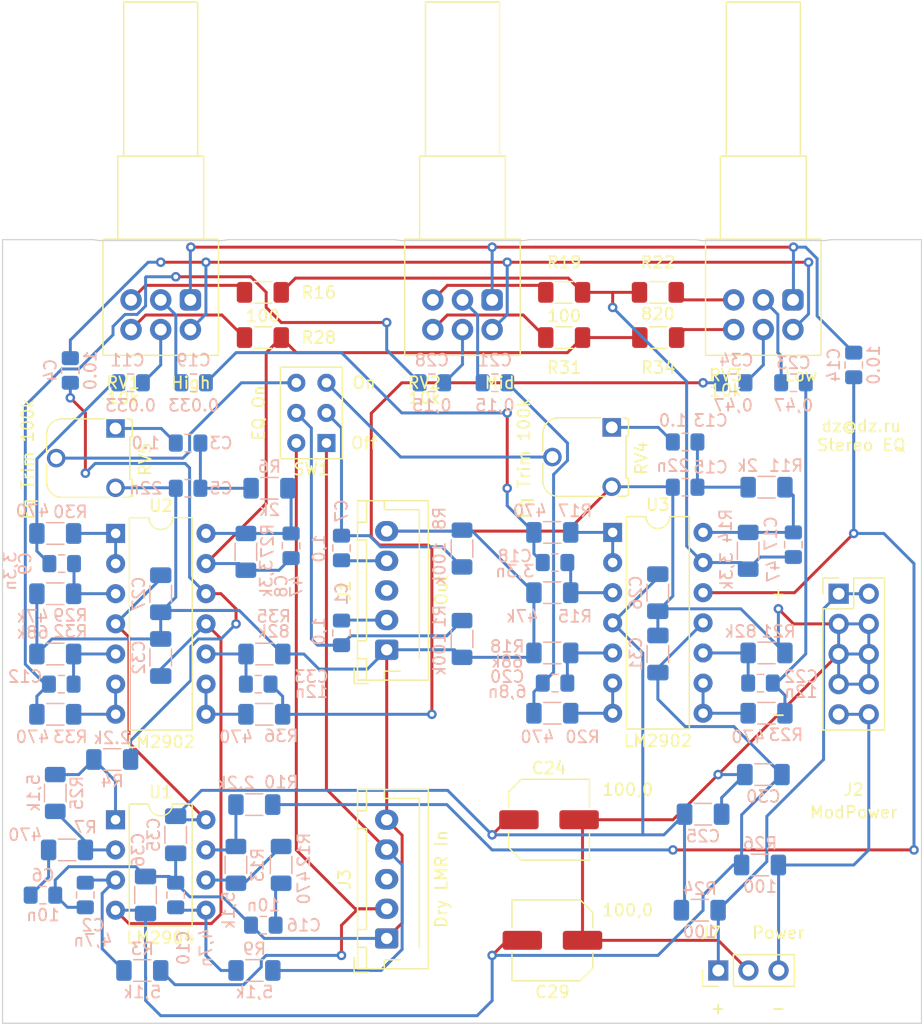
<source format=kicad_pcb>
(kicad_pcb (version 20211014) (generator pcbnew)
  (layers (0 "F.Cu" signal) (31 "B.Cu" signal) (34 "B.Paste" user) (35 "F.Paste" user) (36 "B.SilkS" user "B.Silkscreen") (37 "F.SilkS" user "F.Silkscreen") (38 "B.Mask" user) (39 "F.Mask" user) (44 "Edge.Cuts" user))
  (net 0 "")
  (net 1 "Net-(C1-Pad1)")
  (net 2 "/Out R")
  (net 3 "GND")
  (net 4 "Net-(U1-Pad3)")
  (net 5 "Net-(C3-Pad1)")
  (net 6 "Net-(C3-Pad2)")
  (net 7 "Net-(RV1-Pad4)")
  (net 8 "Net-(C4-Pad2)")
  (net 9 "Net-(C6-Pad2)")
  (net 10 "Net-(C7-Pad1)")
  (net 11 "/Out L")
  (net 12 "Net-(C8-Pad1)")
  (net 13 "Net-(C8-Pad2)")
  (net 14 "Net-(C9-Pad1)")
  (net 15 "Net-(C11-Pad1)")
  (net 16 "Net-(C10-Pad2)")
  (net 17 "Net-(RV1-Pad5)")
  (net 18 "Net-(C12-Pad1)")
  (net 19 "Net-(C12-Pad2)")
  (net 20 "Net-(C13-Pad1)")
  (net 21 "Net-(C13-Pad2)")
  (net 22 "Net-(C14-Pad1)")
  (net 23 "Net-(C14-Pad2)")
  (net 24 "Net-(C16-Pad2)")
  (net 25 "Net-(C17-Pad1)")
  (net 26 "Net-(C17-Pad2)")
  (net 27 "Net-(C18-Pad1)")
  (net 28 "Net-(C18-Pad2)")
  (net 29 "Net-(C19-Pad2)")
  (net 30 "Net-(C20-Pad1)")
  (net 31 "Net-(C20-Pad2)")
  (net 32 "Net-(C21-Pad2)")
  (net 33 "Net-(C22-Pad1)")
  (net 34 "Net-(C22-Pad2)")
  (net 35 "Net-(C23-Pad2)")
  (net 36 "/+V")
  (net 37 "Net-(RV2-Pad5)")
  (net 38 "/-V")
  (net 39 "Net-(C33-Pad1)")
  (net 40 "Net-(C33-Pad2)")
  (net 41 "Net-(RV3-Pad5)")
  (net 43 "+15V")
  (net 44 "-15V")
  (net 45 "/Dry R")
  (net 47 "/Dry L")
  (net 48 "Net-(U1-Pad1)")
  (net 49 "Net-(U1-Pad2)")
  (net 50 "Net-(R10-Pad1)")
  (net 51 "Net-(R12-Pad2)")
  (net 52 "Net-(R16-Pad2)")
  (net 53 "Net-(R17-Pad1)")
  (net 54 "Net-(R19-Pad2)")
  (net 55 "Net-(R20-Pad1)")
  (net 56 "Net-(R22-Pad2)")
  (net 57 "Net-(R23-Pad1)")
  (net 58 "Net-(RV1-Pad6)")
  (net 59 "Net-(R30-Pad1)")
  (net 60 "Net-(RV2-Pad6)")
  (net 61 "Net-(R33-Pad1)")
  (net 62 "Net-(RV3-Pad6)")
  (net 63 "Net-(R36-Pad1)")
  (net 64 "Net-(RV4-Pad2)")
  (net 65 "Net-(SW1-Pad4)")
  (footprint "Potentiometer_THT:Potentiometer_Alps_RK097_Dual_Horizontal" (layer "F.Cu") (at 152.36 24.765 -90)
    (fp_text reference "RV3")
    (fp_text value "10k")
    (fp_line (start -5 -2.7) (end -5 7.7) (layer "Edge.Cuts") (width 0.1))
  )
  (footprint "Resistor_SMD:R_1206_3216Metric_Pad1.30x1.75mm_HandSolder" (layer "F.Cu") (at 140.97 24.13)
    (fp_text reference "R22")
    (fp_text value "820")
  )
  (footprint "Package_DIP:DIP-14_W7.62mm" (layer "F.Cu") (at 95.26 44.445)
    (fp_text reference "U2")
    (fp_text value "LM2902")
  )
  (footprint "Potentiometer_THT:Potentiometer_Runtron_RM-065_Vertical" (layer "F.Cu") (at 95.25 35.6 -90)
    (fp_text reference "RV5")
    (fp_text value "Eq Trim 100k")
  )
  (footprint "Potentiometer_THT:Potentiometer_Runtron_RM-065_Vertical" (layer "F.Cu") (at 137.08 35.51 -90)
    (fp_text reference "RV4")
    (fp_text value "Eq Trim 100k")
  )
  (footprint "Resistor_SMD:R_1206_3216Metric_Pad1.30x1.75mm_HandSolder" (layer "F.Cu") (at 107.67 24.13 180)
    (fp_text reference "R16")
    (fp_text value "100")
  )
  (footprint "MountingHole:MountingHole_3.2mm_M3" (layer "F.Cu") (at 90.17 81.28)
    (fp_text reference "H1" hide)
    (fp_text value "MountingHole" hide)
  )
  (footprint "MountingHole:MountingHole_3.2mm_M3" (layer "F.Cu") (at 158.75 81.28)
    (fp_text reference "H4" hide)
    (fp_text value "MountingHole" hide)
  )
  (footprint "Capacitor_SMD:C_Elec_6.3x5.8" (layer "F.Cu") (at 132.08 78.74 180)
    (fp_text reference "C29")
    (fp_text value "100,0")
  )
  (footprint "Capacitor_SMD:C_Elec_6.3x5.8" (layer "F.Cu") (at 131.7925 68.575)
    (fp_text reference "C24")
    (fp_text value "100,0")
  )
  (footprint "Resistor_SMD:R_1206_3216Metric_Pad1.30x1.75mm_HandSolder" (layer "F.Cu") (at 107.67 27.94 180)
    (fp_text reference "R28")
    (fp_text value "100")
  )
  (footprint "Connector_PinHeader_2.54mm:PinHeader_1x03_P2.54mm_Vertical" (layer "F.Cu") (at 146.065 81.28 90)
    (fp_text reference "J7")
    (fp_text value "Power")
  )
  (footprint "MountingHole:MountingHole_3.2mm_M3" (layer "F.Cu") (at 90.17 24.13)
    (fp_text reference "H2" hide)
    (fp_text value "MountingHole" hide)
  )
  (footprint "MountingHole:MountingHole_3.2mm_M3" (layer "F.Cu") (at 158.75 24.13)
    (fp_text reference "H3" hide)
    (fp_text value "MountingHole" hide)
  )
  (footprint "Potentiometer_THT:Potentiometer_Alps_RK097_Dual_Horizontal" (layer "F.Cu") (at 101.56 24.765 -90)
    (fp_text reference "RV1")
    (fp_text value "10k")
    (fp_line (start -5 -2.7) (end -5 7.7) (layer "Edge.Cuts") (width 0.1))
  )
  (footprint "Package_DIP:DIP-8_W7.62mm" (layer "F.Cu") (at 95.25 68.58)
    (fp_text reference "U1")
    (fp_text value "LM2904")
  )
  (footprint "Resistor_SMD:R_1206_3216Metric_Pad1.30x1.75mm_HandSolder" (layer "F.Cu") (at 141 27.94)
    (fp_text reference "R34")
    (fp_text value "820")
  )
  (footprint "Potentiometer_THT:Potentiometer_Alps_RK097_Dual_Horizontal" (layer "F.Cu") (at 127 24.765 -90)
    (fp_text reference "RV2")
    (fp_text value "10k")
    (fp_line (start -5 -2.7) (end -5 7.7) (layer "Edge.Cuts") (width 0.1))
  )
  (footprint "Resistor_SMD:R_1206_3216Metric_Pad1.30x1.75mm_HandSolder" (layer "F.Cu") (at 133.07 27.94 180)
    (fp_text reference "R31")
    (fp_text value "100")
  )
  (footprint "Connector_JST:JST_XH_B5B-XH-AM_1x05_P2.50mm_Vertical" (layer "F.Cu") (at 118.11 78.58 90)
    (fp_text reference "J3")
    (fp_text value "Dry LMR In")
  )
  (footprint "Package_DIP:DIP-14_W7.62mm" (layer "F.Cu") (at 137.16 44.36)
    (fp_text reference "U3")
    (fp_text value "LM2902")
  )
  (footprint "Resistor_SMD:R_1206_3216Metric_Pad1.30x1.75mm_HandSolder" (layer "F.Cu") (at 133.07 24.13 180)
    (fp_text reference "R19")
    (fp_text value "100")
  )
  (footprint "Connector_PinHeader_2.54mm:PinHeader_2x05_P2.54mm_Vertical" (layer "F.Cu") (at 156.21 49.53)
    (fp_text reference "J2")
    (fp_text value "ModPower")
  )
  (footprint "Button_Switch_THT:SW_NKK_G1xJP" (layer "F.Cu") (at 113.03 36.83 180)
    (fp_text reference "SW1")
    (fp_text value "EQ On")
  )
  (footprint "Connector_JST:JST_XH_B5B-XH-AM_1x05_P2.50mm_Vertical" (layer "F.Cu") (at 118.11 54.25 90)
    (fp_text reference "J1")
    (fp_text value "Out")
  )
  (footprint "Resistor_SMD:R_1206_3216Metric_Pad1.30x1.75mm_HandSolder" (layer "B.Cu") (at 105.4 72.38 90)
    (fp_text reference "R13")
    (fp_text value "5,1k")
  )
  (footprint "Resistor_SMD:R_1206_3216Metric_Pad1.30x1.75mm_HandSolder" (layer "B.Cu") (at 124.46 53.34 90)
    (fp_text reference "R1")
    (fp_text value "100k")
  )
  (footprint "Resistor_SMD:R_1206_3216Metric_Pad1.30x1.75mm_HandSolder" (layer "B.Cu") (at 108.23 40.64 180)
    (fp_text reference "R6")
    (fp_text value "2k")
  )
  (footprint "Capacitor_SMD:C_0805_2012Metric_Pad1.18x1.45mm_HandSolder" (layer "B.Cu") (at 132.3025 46.9 180)
    (fp_text reference "C18")
    (fp_text value "3,3n")
  )
  (footprint "Resistor_SMD:R_1206_3216Metric_Pad1.30x1.75mm_HandSolder" (layer "B.Cu") (at 124.46 45.72 -90)
    (fp_text reference "R8")
    (fp_text value "100k")
  )
  (footprint "Resistor_SMD:R_1206_3216Metric_Pad1.30x1.75mm_HandSolder" (layer "B.Cu") (at 106.96 81.28 180)
    (fp_text reference "R9")
    (fp_text value "5,1k")
  )
  (footprint "Resistor_SMD:R_1206_3216Metric_Pad1.30x1.75mm_HandSolder" (layer "B.Cu") (at 149.58 72.39 180)
    (fp_text reference "R26")
    (fp_text value "100")
  )
  (footprint "Capacitor_SMD:C_0805_2012Metric_Pad1.18x1.45mm_HandSolder" (layer "B.Cu") (at 121.92 31.75)
    (fp_text reference "C28")
    (fp_text value "0,15")
  )
  (footprint "Resistor_SMD:R_1206_3216Metric_Pad1.30x1.75mm_HandSolder" (layer "B.Cu") (at 132.07 49.44)
    (fp_text reference "R15")
    (fp_text value "47k")
  )
  (footprint "Capacitor_SMD:C_0805_2012Metric_Pad1.18x1.45mm_HandSolder" (layer "B.Cu") (at 101.8325 31.75 180)
    (fp_text reference "C19")
    (fp_text value "0.033")
  )
  (footprint "Resistor_SMD:R_1206_3216Metric_Pad1.30x1.75mm_HandSolder" (layer "B.Cu") (at 132.07 59.6 180)
    (fp_text reference "R20")
    (fp_text value "470")
  )
  (footprint "Capacitor_SMD:C_1206_3216Metric_Pad1.33x1.80mm_HandSolder" (layer "B.Cu") (at 100.32 69.84 -90)
    (fp_text reference "C35")
    (fp_text value "0,1")
  )
  (footprint "Resistor_SMD:R_1206_3216Metric_Pad1.30x1.75mm_HandSolder" (layer "B.Cu") (at 132.07 44.36 180)
    (fp_text reference "R17")
    (fp_text value "470")
  )
  (footprint "Capacitor_SMD:C_0805_2012Metric_Pad1.18x1.45mm_HandSolder" (layer "B.Cu") (at 90.675 57.15 180)
    (fp_text reference "C12")
    (fp_text value "6,8n")
  )
  (footprint "Resistor_SMD:R_1206_3216Metric_Pad1.30x1.75mm_HandSolder" (layer "B.Cu") (at 94.97 63.5)
    (fp_text reference "R4")
    (fp_text value "2.2k")
  )
  (footprint "Resistor_SMD:R_1206_3216Metric_Pad1.30x1.75mm_HandSolder" (layer "B.Cu") (at 90.17 44.45 180)
    (fp_text reference "R30")
    (fp_text value "470")
  )
  (footprint "Resistor_SMD:R_1206_3216Metric_Pad1.30x1.75mm_HandSolder" (layer "B.Cu") (at 90.17 54.61)
    (fp_text reference "R32")
    (fp_text value "68k")
  )
  (footprint "Resistor_SMD:R_1206_3216Metric_Pad1.30x1.75mm_HandSolder" (layer "B.Cu") (at 106.95 67.3)
    (fp_text reference "R10")
    (fp_text value "2.2k")
  )
  (footprint "Capacitor_SMD:C_0805_2012Metric_Pad1.18x1.45mm_HandSolder" (layer "B.Cu") (at 114.3 45.6725 -90)
    (fp_text reference "C7")
    (fp_text value "1,0")
  )
  (footprint "Capacitor_SMD:C_1206_3216Metric_Pad1.33x1.80mm_HandSolder" (layer "B.Cu") (at 97.78 74.92 -90)
    (fp_text reference "C36")
    (fp_text value "0,1")
  )
  (footprint "Resistor_SMD:R_1206_3216Metric_Pad1.30x1.75mm_HandSolder" (layer "B.Cu") (at 90.17 66.32 90)
    (fp_text reference "R25")
    (fp_text value "5,1k")
  )
  (footprint "Resistor_SMD:R_1206_3216Metric_Pad1.30x1.75mm_HandSolder" (layer "B.Cu") (at 90.17 59.69 180)
    (fp_text reference "R33")
    (fp_text value "470")
  )
  (footprint "Resistor_SMD:R_1206_3216Metric_Pad1.30x1.75mm_HandSolder" (layer "B.Cu") (at 97.51 81.28 180)
    (fp_text reference "R3")
    (fp_text value "5,1k")
  )
  (footprint "Capacitor_SMD:C_0805_2012Metric_Pad1.18x1.45mm_HandSolder" (layer "B.Cu") (at 90.7125 46.99 180)
    (fp_text reference "C9")
    (fp_text value "3,3n")
  )
  (footprint "Capacitor_SMD:C_0805_2012Metric_Pad1.18x1.45mm_HandSolder" (layer "B.Cu") (at 110.05 45.4875 90)
    (fp_text reference "C8")
    (fp_text value "47")
  )
  (footprint "Resistor_SMD:R_1206_3216Metric_Pad1.30x1.75mm_HandSolder" (layer "B.Cu") (at 150.13 54.52 180)
    (fp_text reference "R21")
    (fp_text value "82k")
  )
  (footprint "Capacitor_SMD:C_0805_2012Metric_Pad1.18x1.45mm_HandSolder" (layer "B.Cu") (at 149.6175 57.06)
    (fp_text reference "C22")
    (fp_text value "12n")
  )
  (footprint "Capacitor_SMD:C_1206_3216Metric_Pad1.33x1.80mm_HandSolder" (layer "B.Cu") (at 140.97 54.61 -90)
    (fp_text reference "C31")
    (fp_text value "0,1")
  )
  (footprint "Capacitor_SMD:C_0805_2012Metric_Pad1.18x1.45mm_HandSolder" (layer "B.Cu") (at 143.2675 36.74)
    (fp_text reference "C13")
    (fp_text value "1.0")
  )
  (footprint "Capacitor_SMD:C_1206_3216Metric_Pad1.33x1.80mm_HandSolder" (layer "B.Cu") (at 99.06 54.9025 -90)
    (fp_text reference "C32")
    (fp_text value "0,1")
  )
  (footprint "Resistor_SMD:R_1206_3216Metric_Pad1.30x1.75mm_HandSolder" (layer "B.Cu") (at 132.07 54.52)
    (fp_text reference "R18")
    (fp_text value "68k")
  )
  (footprint "Capacitor_SMD:C_0805_2012Metric_Pad1.18x1.45mm_HandSolder" (layer "B.Cu") (at 91.44 30.7125 -90)
    (fp_text reference "C4")
    (fp_text value "10.0")
  )
  (footprint "Resistor_SMD:R_1206_3216Metric_Pad1.30x1.75mm_HandSolder" (layer "B.Cu") (at 109.21 72.38 90)
    (fp_text reference "R12")
    (fp_text value "470")
  )
  (footprint "Resistor_SMD:R_1206_3216Metric_Pad1.30x1.75mm_HandSolder" (layer "B.Cu") (at 106.24 46 90)
    (fp_text reference "R27")
    (fp_text value "3,3k")
  )
  (footprint "Resistor_SMD:R_1206_3216Metric_Pad1.30x1.75mm_HandSolder" (layer "B.Cu") (at 144.5 76.2 180)
    (fp_text reference "R24")
    (fp_text value "100")
  )
  (footprint "Capacitor_SMD:C_0805_2012Metric_Pad1.18x1.45mm_HandSolder" (layer "B.Cu") (at 96.52 31.75)
    (fp_text reference "C11")
    (fp_text value "0.033")
  )
  (footprint "Capacitor_SMD:C_0805_2012Metric_Pad1.18x1.45mm_HandSolder" (layer "B.Cu") (at 127.2325 31.75 180)
    (fp_text reference "C21")
    (fp_text value "0,15")
  )
  (footprint "Capacitor_SMD:C_0805_2012Metric_Pad1.18x1.45mm_HandSolder" (layer "B.Cu") (at 152.39 45.3975 90)
    (fp_text reference "C17")
    (fp_text value "47")
  )
  (footprint "Capacitor_SMD:C_0805_2012Metric_Pad1.18x1.45mm_HandSolder" (layer "B.Cu") (at 92.7 74.92 90)
    (fp_text reference "C2")
    (fp_text value "4,7n")
  )
  (footprint "Capacitor_SMD:C_0805_2012Metric_Pad1.18x1.45mm_HandSolder" (layer "B.Cu") (at 152.4 31.75 180)
    (fp_text reference "C23")
    (fp_text value "0,47")
  )
  (footprint "Resistor_SMD:R_1206_3216Metric_Pad1.30x1.75mm_HandSolder" (layer "B.Cu") (at 107.8 54.61 180)
    (fp_text reference "R35")
    (fp_text value "82k")
  )
  (footprint "Resistor_SMD:R_1206_3216Metric_Pad1.30x1.75mm_HandSolder" (layer "B.Cu") (at 150.13 40.55 180)
    (fp_text reference "R11")
    (fp_text value "2k")
  )
  (footprint "Capacitor_SMD:C_0805_2012Metric_Pad1.18x1.45mm_HandSolder" (layer "B.Cu") (at 101.3675 36.83)
    (fp_text reference "C3")
    (fp_text value "1.0")
  )
  (footprint "Capacitor_SMD:C_0805_2012Metric_Pad1.18x1.45mm_HandSolder" (layer "B.Cu") (at 89.1325 74.93 180)
    (fp_text reference "C6")
    (fp_text value "10n")
  )
  (footprint "Resistor_SMD:R_1206_3216Metric_Pad1.30x1.75mm_HandSolder" (layer "B.Cu") (at 90.17 49.53)
    (fp_text reference "R29")
    (fp_text value "47k")
  )
  (footprint "Capacitor_SMD:C_0805_2012Metric_Pad1.18x1.45mm_HandSolder" (layer "B.Cu") (at 107.2775 57.15)
    (fp_text reference "C33")
    (fp_text value "12n")
  )
  (footprint "Resistor_SMD:R_1206_3216Metric_Pad1.30x1.75mm_HandSolder" (layer "B.Cu") (at 148.58 45.91 90)
    (fp_text reference "R14")
    (fp_text value "3,3k")
  )
  (footprint "Capacitor_SMD:C_0805_2012Metric_Pad1.18x1.45mm_HandSolder" (layer "B.Cu") (at 114.3 52.8275 90)
    (fp_text reference "C1")
    (fp_text value "1,0")
  )
  (footprint "Capacitor_SMD:C_0805_2012Metric_Pad1.18x1.45mm_HandSolder" (layer "B.Cu") (at 107.7075 77.46)
    (fp_text reference "C16")
    (fp_text value "10n")
  )
  (footprint "Capacitor_SMD:C_1206_3216Metric_Pad1.33x1.80mm_HandSolder" (layer "B.Cu") (at 99.06 49.53 -90)
    (fp_text reference "C27")
    (fp_text value "0,1")
  )
  (footprint "Capacitor_SMD:C_0805_2012Metric_Pad1.18x1.45mm_HandSolder" (layer "B.Cu") (at 157.48 30.2475 -90)
    (fp_text reference "C14")
    (fp_text value "10.0")
  )
  (footprint "Capacitor_SMD:C_1206_3216Metric_Pad1.33x1.80mm_HandSolder" (layer "B.Cu") (at 149.86 64.77)
    (fp_text reference "C30")
    (fp_text value "0,1")
  )
  (footprint "Resistor_SMD:R_1206_3216Metric_Pad1.30x1.75mm_HandSolder" (layer "B.Cu") (at 150.13 59.6)
    (fp_text reference "R23")
    (fp_text value "470")
  )
  (footprint "Resistor_SMD:R_1206_3216Metric_Pad1.30x1.75mm_HandSolder" (layer "B.Cu") (at 107.79 59.69)
    (fp_text reference "R36")
    (fp_text value "470")
  )
  (footprint "Capacitor_SMD:C_0805_2012Metric_Pad1.18x1.45mm_HandSolder" (layer "B.Cu") (at 100.32 74.92 -90)
    (fp_text reference "C10")
    (fp_text value "4,7n")
  )
  (footprint "Capacitor_SMD:C_0805_2012Metric_Pad1.18x1.45mm_HandSolder" (layer "B.Cu") (at 147.32 31.75)
    (fp_text reference "C34")
    (fp_text value "0,47")
  )
  (footprint "Resistor_SMD:R_1206_3216Metric_Pad1.30x1.75mm_HandSolder" (layer "B.Cu") (at 91.16 71.12)
    (fp_text reference "R7")
    (fp_text value "470")
  )
  (footprint "Capacitor_SMD:C_0805_2012Metric_Pad1.18x1.45mm_HandSolder" (layer "B.Cu") (at 143.2675 40.55 180)
    (fp_text reference "C15")
    (fp_text value "22n")
  )
  (footprint "Capacitor_SMD:C_0805_2012Metric_Pad1.18x1.45mm_HandSolder" (layer "B.Cu") (at 132.3025 57.06 180)
    (fp_text reference "C20")
    (fp_text value "6,8n")
  )
  (footprint "Capacitor_SMD:C_1206_3216Metric_Pad1.33x1.80mm_HandSolder" (layer "B.Cu") (at 144.78 68.11)
    (fp_text reference "C25")
    (fp_text value "0,1")
  )
  (footprint "Capacitor_SMD:C_0805_2012Metric_Pad1.18x1.45mm_HandSolder" (layer "B.Cu") (at 101.3675 40.64 180)
    (fp_text reference "C5")
    (fp_text value "22n")
  )
  (footprint "Capacitor_SMD:C_1206_3216Metric_Pad1.33x1.80mm_HandSolder" (layer "B.Cu") (at 140.96 49.44 -90)
    (fp_text reference "C26")
    (fp_text value "0,1")
  )
  (gr_line (start 85.725 85.725) (end 163.195 85.725) (layer "Edge.Cuts") (width 0.1))
  (gr_line (start 155.575 19.685) (end 155.06 19.765) (layer "Edge.Cuts") (width 0.1))
  (gr_line (start 144.145 19.685) (end 144.66 19.765) (layer "Edge.Cuts") (width 0.1))
  (gr_line (start 93.345 19.685) (end 93.86 19.765) (layer "Edge.Cuts") (width 0.1))
  (gr_line (start 130.175 19.685) (end 129.7 19.765) (layer "Edge.Cuts") (width 0.1))
  (gr_line (start 85.725 19.685) (end 85.725 85.725) (layer "Edge.Cuts") (width 0.1))
  (gr_line (start 104.775 19.685) (end 118.745 19.685) (layer "Edge.Cuts") (width 0.1))
  (gr_line (start 118.745 19.685) (end 119.3 19.765) (layer "Edge.Cuts") (width 0.1))
  (gr_line (start 85.725 19.685) (end 93.345 19.685) (layer "Edge.Cuts") (width 0.1))
  (gr_line (start 104.775 19.685) (end 104.26 19.765) (layer "Edge.Cuts") (width 0.1))
  (gr_line (start 163.195 19.685) (end 155.575 19.685) (layer "Edge.Cuts") (width 0.1))
  (gr_line (start 163.195 85.725) (end 163.195 19.685) (layer "Edge.Cuts") (width 0.1))
  (gr_line (start 130.175 19.685) (end 144.145 19.685) (layer "Edge.Cuts") (width 0.1))
  (gr_text "-" (at 151.13 84.455) (layer "F.SilkS") (effects (font (size 1 1))))
  (gr_text "+" (at 146.05 84.455) (layer "F.SilkS") (effects (font (size 1 1))))
  (gr_text "dz@dz.ru\nStereo EQ" (at 158.115 36.195) (layer "F.SilkS") (effects (font (size 1 1))))
  (gr_text "-" (at 151.13 59.69) (layer "F.SilkS") (effects (font (size 1 1))))
  (gr_text "On" (at 116.205 31.75) (layer "F.SilkS") (effects (font (size 1 1))))
  (gr_text "Off" (at 116.205 36.83) (layer "F.SilkS") (effects (font (size 1 1))))
  (gr_text "Low" (at 153.035 31.115) (layer "F.SilkS") (effects (font (size 1 1))))
  (gr_text "Mid" (at 127.635 31.75) (layer "F.SilkS") (effects (font (size 1 1))))
  (gr_text "High" (at 101.6 31.75) (layer "F.SilkS") (effects (font (size 1 1))))
  (gr_text "+" (at 151.13 49.53) (layer "F.SilkS") (effects (font (size 1 1))))
  (segment (start 115.09 53.075) (end 123.175 53.075) (width 0.25) (layer "B.Cu") (net 1))
  (segment (start 123.175 53.075) (end 124.46 51.79) (width 0.25) (layer "B.Cu") (net 1))
  (segment (start 114.3 53.865) (end 115.09 53.075) (width 0.25) (layer "B.Cu") (net 1))
  (segment (start 112.285 53.865) (end 111.76 53.34) (width 0.25) (layer "B.Cu") (net 1))
  (segment (start 111.76 53.34) (end 111.76 35.56) (width 0.25) (layer "B.Cu") (net 1))
  (segment (start 111.76 35.56) (end 110.49 34.29) (width 0.25) (layer "B.Cu") (net 1))
  (segment (start 114.3 53.865) (end 112.285 53.865) (width 0.25) (layer "B.Cu") (net 1))
  (segment (start 114.34 51.75) (end 114.3 51.79) (width 0.25) (layer "B.Cu") (net 2))
  (segment (start 118.11 51.75) (end 114.34 51.75) (width 0.25) (layer "B.Cu") (net 2))
  (segment (start 151.13 50.8) (end 152.4 52.07) (width 0.25) (layer "F.Cu") (net 3))
  (segment (start 142.245 68.575) (end 146.05 64.77) (width 0.25) (layer "F.Cu") (net 3))
  (segment (start 137.08 40.51) (end 133.34 44.25) (width 0.25) (layer "F.Cu") (net 3))
  (segment (start 134.6175 78.74) (end 146.065 78.74) (width 0.25) (layer "F.Cu") (net 3))
  (segment (start 146.065 78.74) (end 148.605 81.28) (width 0.25) (layer "F.Cu") (net 3))
  (segment (start 118.11 78.58) (end 119.41 77.28) (width 0.25) (layer "F.Cu") (net 3))
  (segment (start 146.05 64.77) (end 156.21 54.61) (width 0.25) (layer "F.Cu") (net 3))
  (segment (start 119.41 69.88) (end 118.11 68.58) (width 0.25) (layer "F.Cu") (net 3))
  (segment (start 134.6175 78.74) (end 134.6175 68.8625) (width 0.25) (layer "F.Cu") (net 3))
  (segment (start 152.4 52.07) (end 156.21 52.07) (width 0.25) (layer "F.Cu") (net 3))
  (segment (start 133.34 44.25) (end 118.11 44.25) (width 0.25) (layer "F.Cu") (net 3))
  (segment (start 134.33 68.575) (end 142.245 68.575) (width 0.25) (layer "F.Cu") (net 3))
  (segment (start 119.41 77.28) (end 119.41 69.88) (width 0.25) (layer "F.Cu") (net 3))
  (segment (start 118.11 68.58) (end 118.11 54.25) (width 0.25) (layer "F.Cu") (net 3))
  (segment (start 134.6175 68.8625) (end 134.33 68.575) (width 0.25) (layer "F.Cu") (net 3))
  (via (at 146.05 64.77) (size 0.8) (drill 0.4) (layers "F.Cu" "B.Cu") (net 3))
  (via (at 151.13 50.8) (size 0.8) (drill 0.4) (layers "F.Cu" "B.Cu") (net 3))
  (segment (start 91.1975 75.9575) (end 90.17 74.93) (width 0.25) (layer "B.Cu") (net 3))
  (segment (start 156.21 52.07) (end 158.75 52.07) (width 0.25) (layer "B.Cu") (net 3))
  (segment (start 142.19 40.51) (end 142.23 40.55) (width 0.25) (layer "B.Cu") (net 3))
  (segment (start 142.23 49.7325) (end 142.23 40.55) (width 0.25) (layer "B.Cu") (net 3))
  (segment (start 124.46 44.17) (end 124.38 44.25) (width 0.25) (layer "B.Cu") (net 3))
  (segment (start 99.06 53.34) (end 99.06 51.0925) (width 0.25) (layer "B.Cu") (net 3))
  (segment (start 100.33 49.8225) (end 100.33 40.64) (width 0.25) (layer "B.Cu") (net 3))
  (segment (start 91.295 72.535) (end 90.17 73.66) (width 0.25) (layer "B.Cu") (net 3))
  (segment (start 99.06 51.0925) (end 100.33 49.8225) (width 0.25) (layer "B.Cu") (net 3))
  (segment (start 130.15 54.89) (end 130.52 54.52) (width 0.25) (layer "B.Cu") (net 3))
  (segment (start 100.32 73.8825) (end 101.5125 75.075) (width 0.25) (layer "B.Cu") (net 3))
  (segment (start 146.3425 66.725) (end 148.2975 64.77) (width 0.25) (layer "B.Cu") (net 3))
  (segment (start 151.68 54.52) (end 151.13 53.97) (width 0.25) (layer "B.Cu") (net 3))
  (segment (start 97.78 73.3575) (end 96.9575 72.535) (width 0.25) (layer "B.Cu") (net 3))
  (segment (start 118.11 54.25) (end 123.82 54.25) (width 0.25) (layer "B.Cu") (net 3))
  (segment (start 146.05 64.77) (end 148.2975 64.77) (width 0.25) (layer "B.Cu") (net 3))
  (segment (start 156.21 54.61) (end 158.75 54.61) (width 0.25) (layer "B.Cu") (net 3))
  (segment (start 97.78 73.3575) (end 99.795 73.3575) (width 0.25) (layer "B.Cu") (net 3))
  (segment (start 116.48 55.88) (end 118.11 54.25) (width 0.25) (layer "B.Cu") (net 3))
  (segment (start 104.285 75.075) (end 106.67 77.46) (width 0.25) (layer "B.Cu") (net 3))
  (segment (start 88.62 54.61) (end 88.62 49.53) (width 0.25) (layer "B.Cu") (net 3))
  (segment (start 112.395 55.88) (end 116.48 55.88) (width 0.25) (layer "B.Cu") (net 3))
  (segment (start 111.125 54.61) (end 112.395 55.88) (width 0.25) (layer "B.Cu") (net 3))
  (segment (start 124.38 44.25) (end 118.11 44.25) (width 0.25) (layer "B.Cu") (net 3))
  (segment (start 151.13 53.97) (end 151.13 50.8) (width 0.25) (layer "B.Cu") (net 3))
  (segment (start 99.2125 50.94) (end 105.68 50.94) (width 0.25) (layer "B.Cu") (net 3))
  (segment (start 124.46 44.17) (end 125.25 44.17) (width 0.25) (layer "B.Cu") (net 3))
  (segment (start 130.52 54.52) (end 130.52 49.44) (width 0.25) (layer "B.Cu") (net 3))
  (segment (start 140.97 51.0125) (end 140.96 51.0025) (width 0.25) (layer "B.Cu") (net 3))
  (segment (start 92.7 75.9575) (end 91.1975 75.9575) (width 0.25) (layer "B.Cu") (net 3))
  (segment (start 147.96 50.8) (end 140.97 50.8) (width 0.25) (layer "B.Cu") (net 3))
  (segment (start 107.79 78.58) (end 118.11 78.58) (width 0.25) (layer "B.Cu") (net 3))
  (segment (start 156.21 57.15) (end 156.21 54.61) (width 0.25) (layer "B.Cu") (net 3))
  (segment (start 156.21 52.07) (end 156.21 54.61) (width 0.25) (layer "B.Cu") (net 3))
  (segment (start 125.25 44.17) (end 130.52 49.44) (width 0.25) (layer "B.Cu") (net 3))
  (segment (start 158.75 57.15) (end 158.75 54.61) (width 0.25) (layer "B.Cu") (net 3))
  (segment (start 99.06 51.0925) (end 99.2125 50.94) (width 0.25) (layer "B.Cu") (net 3))
  (segment (start 96.9575 72.535) (end 91.295 72.535) (width 0.25) (layer "B.Cu") (net 3))
  (segment (start 109.35 54.61) (end 111.125 54.61) (width 0.25) (layer "B.Cu") (net 3))
  (segment (start 99.06 53.34) (end 89.89 53.34) (width 0.25) (layer "B.Cu") (net 3))
  (segment (start 146.3425 68.11) (end 146.3425 66.725) (width 0.25) (layer "B.Cu") (net 3))
  (segment (start 140.97 53.0475) (end 140.97 51.0125) (width 0.25) (layer "B.Cu") (net 3))
  (segment (start 137.08 40.51) (end 142.19 40.51) (width 0.25) (layer "B.Cu") (net 3))
  (segment (start 99.795 73.3575) (end 100.32 73.8825) (width 0.25) (layer "B.Cu") (net 3))
  (segment (start 140.96 51.0025) (end 142.23 49.7325) (width 0.25) (layer "B.Cu") (net 3))
  (segment (start 101.5125 75.075) (end 104.285 75.075) (width 0.25) (layer "B.Cu") (net 3))
  (segment (start 106.67 77.46) (end 107.79 78.58) (width 0.25) (layer "B.Cu") (net 3))
  (segment (start 124.46 54.89) (end 130.15 54.89) (width 0.25) (layer "B.Cu") (net 3))
  (segment (start 151.68 54.52) (end 147.96 50.8) (width 0.25) (layer "B.Cu") (net 3))
  (segment (start 95.25 40.6) (end 100.29 40.6) (width 0.25) (layer "B.Cu") (net 3))
  (segment (start 100.32 73.8825) (end 100.32 71.4025) (width 0.25) (layer "B.Cu") (net 3))
  (segment (start 123.82 54.25) (end 124.46 54.89) (width 0.25) (layer "B.Cu") (net 3))
  (segment (start 100.29 40.6) (end 100.33 40.64) (width 0.25) (layer "B.Cu") (net 3))
  (segment (start 158.75 57.15) (end 156.21 57.15) (width 0.25) (layer "B.Cu") (net 3))
  (segment (start 158.75 52.07) (end 158.75 54.61) (width 0.25) (layer "B.Cu") (net 3))
  (segment (start 105.68 50.94) (end 109.35 54.61) (width 0.25) (layer "B.Cu") (net 3))
  (segment (start 89.89 53.34) (end 88.62 54.61) (width 0.25) (layer "B.Cu") (net 3))
  (segment (start 90.17 73.66) (end 90.17 74.93) (width 0.25) (layer "B.Cu") (net 3))
  (segment (start 94.125 79.445) (end 95.96 81.28) (width 0.25) (layer "B.Cu") (net 4))
  (segment (start 95.25 73.66) (end 92.9225 73.66) (width 0.25) (layer "B.Cu") (net 4))
  (segment (start 95.25 73.66) (end 94.125 74.785) (width 0.25) (layer "B.Cu") (net 4))
  (segment (start 92.9225 73.66) (end 92.7 73.8825) (width 0.25) (layer "B.Cu") (net 4))
  (segment (start 94.125 74.785) (end 94.125 79.445) (width 0.25) (layer "B.Cu") (net 4))
  (segment (start 100.33 36.83) (end 99.1 35.6) (width 0.25) (layer "B.Cu") (net 5))
  (segment (start 99.1 35.6) (end 95.25 35.6) (width 0.25) (layer "B.Cu") (net 5))
  (segment (start 106.68 40.64) (end 102.405 40.64) (width 0.25) (layer "B.Cu") (net 6))
  (segment (start 102.405 40.64) (end 102.405 36.83) (width 0.25) (layer "B.Cu") (net 6))
  (segment (start 99.06 21.59) (end 102.87 21.59) (width 0.25) (layer "F.Cu") (net 7))
  (segment (start 102.87 21.59) (end 128.27 21.59) (width 0.25) (layer "F.Cu") (net 7))
  (segment (start 128.27 21.59) (end 153.67 21.59) (width 0.25) (layer "F.Cu") (net 7))
  (via (at 99.06 21.59) (size 0.8) (drill 0.4) (layers "F.Cu" "B.Cu") (net 7))
  (via (at 153.67 21.59) (size 0.8) (drill 0.4) (layers "F.Cu" "B.Cu") (net 7))
  (via (at 128.27 21.59) (size 0.8) (drill 0.4) (layers "F.Cu" "B.Cu") (net 7))
  (via (at 102.87 21.59) (size 0.8) (drill 0.4) (layers "F.Cu" "B.Cu") (net 7))
  (segment (start 153.67 25.955) (end 152.36 27.265) (width 0.25) (layer "B.Cu") (net 7))
  (segment (start 91.44 29.675) (end 91.44 28.152588) (width 0.25) (layer "B.Cu") (net 7))
  (segment (start 101.56 27.265) (end 102.87 25.955) (width 0.25) (layer "B.Cu") (net 7))
  (segment (start 128.27 21.59) (end 128.27 25.995) (width 0.25) (layer "B.Cu") (net 7))
  (segment (start 102.87 25.955) (end 102.87 21.59) (width 0.25) (layer "B.Cu") (net 7))
  (segment (start 91.44 28.152588) (end 98.002588 21.59) (width 0.25) (layer "B.Cu") (net 7))
  (segment (start 128.27 25.995) (end 127 27.265) (width 0.25) (layer "B.Cu") (net 7))
  (segment (start 153.67 21.59) (end 153.67 25.955) (width 0.25) (layer "B.Cu") (net 7))
  (segment (start 98.002588 21.59) (end 99.06 21.59) (width 0.25) (layer "B.Cu") (net 7))
  (segment (start 92.71 34.29) (end 91.44 33.02) (width 0.25) (layer "F.Cu") (net 8))
  (segment (start 105.41 50.8) (end 104.135 49.525) (width 0.25) (layer "F.Cu") (net 8))
  (segment (start 105.41 52.07) (end 105.41 50.8) (width 0.25) (layer "F.Cu") (net 8))
  (segment (start 92.71 39.37) (end 92.71 34.29) (width 0.25) (layer "F.Cu") (net 8))
  (segment (start 104.135 49.525) (end 102.88 49.525) (width 0.25) (layer "F.Cu") (net 8))
  (via (at 92.71 39.37) (size 0.8) (drill 0.4) (layers "F.Cu" "B.Cu") (net 8))
  (via (at 105.41 52.07) (size 0.8) (drill 0.4) (layers "F.Cu" "B.Cu") (net 8))
  (via (at 91.44 33.02) (size 0.8) (drill 0.4) (layers "F.Cu" "B.Cu") (net 8))
  (segment (start 96.52 61.914009) (end 101.6 56.834009) (width 0.25) (layer "B.Cu") (net 8))
  (segment (start 102.241396 53.34) (end 104.14 53.34) (width 0.25) (layer "B.Cu") (net 8))
  (segment (start 101.6 53.981396) (end 102.241396 53.34) (width 0.25) (layer "B.Cu") (net 8))
  (segment (start 101.6 56.834009) (end 101.6 53.981396) (width 0.25) (layer "B.Cu") (net 8))
  (segment (start 91.44 33.02) (end 91.44 31.75) (width 0.25) (layer "B.Cu") (net 8))
  (segment (start 101.122069 38.55) (end 93.53 38.55) (width 0.25) (layer "B.Cu") (net 8))
  (segment (start 102.88 49.525) (end 101.4925 48.1375) (width 0.25) (layer "B.Cu") (net 8))
  (segment (start 101.4925 38.920431) (end 101.122069 38.55) (width 0.25) (layer "B.Cu") (net 8))
  (segment (start 104.14 53.34) (end 105.41 52.07) (width 0.25) (layer "B.Cu") (net 8))
  (segment (start 93.53 38.55) (end 92.71 39.37) (width 0.25) (layer "B.Cu") (net 8))
  (segment (start 96.52 63.5) (end 96.52 61.914009) (width 0.25) (layer "B.Cu") (net 8))
  (segment (start 101.4925 48.1375) (end 101.4925 38.920431) (width 0.25) (layer "B.Cu") (net 8))
  (segment (start 89.61 73.415) (end 89.61 71.12) (width 0.25) (layer "B.Cu") (net 9))
  (segment (start 88.095 74.93) (end 89.61 73.415) (width 0.25) (layer "B.Cu") (net 9))
  (segment (start 117.595 45.575) (end 122.765 45.575) (width 0.25) (layer "B.Cu") (net 10))
  (segment (start 114.3 35.56) (end 113.03 34.29) (width 0.25) (layer "B.Cu") (net 10))
  (segment (start 114.3 44.635) (end 114.3 35.56) (width 0.25) (layer "B.Cu") (net 10))
  (segment (start 116.655 44.635) (end 117.595 45.575) (width 0.25) (layer "B.Cu") (net 10))
  (segment (start 114.3 44.635) (end 116.655 44.635) (width 0.25) (layer "B.Cu") (net 10))
  (segment (start 122.765 45.575) (end 124.46 47.27) (width 0.25) (layer "B.Cu") (net 10))
  (segment (start 118.11 46.75) (end 114.34 46.75) (width 0.25) (layer "B.Cu") (net 11))
  (segment (start 114.34 46.75) (end 114.3 46.71) (width 0.25) (layer "B.Cu") (net 11))
  (segment (start 107.95 41.915) (end 107.95 29.21) (width 0.25) (layer "F.Cu") (net 12))
  (segment (start 107.95 29.21) (end 109.22 27.94) (width 0.25) (layer "F.Cu") (net 12))
  (segment (start 133.35 29.21) (end 110.49 29.21) (width 0.25) (layer "F.Cu") (net 12))
  (segment (start 102.88 46.985) (end 107.95 41.915) (width 0.25) (layer "F.Cu") (net 12))
  (segment (start 134.62 27.94) (end 133.35 29.21) (width 0.25) (layer "F.Cu") (net 12))
  (segment (start 110.49 29.21) (end 109.22 27.94) (width 0.25) (layer "F.Cu") (net 12))
  (segment (start 134.62 27.94) (end 139.45 27.94) (width 0.25) (layer "F.Cu") (net 12))
  (segment (start 109.025 47.55) (end 110.05 46.525) (width 0.25) (layer "B.Cu") (net 12))
  (segment (start 106.24 47.55) (end 105.675 46.985) (width 0.25) (layer "B.Cu") (net 12))
  (segment (start 105.675 46.985) (end 102.88 46.985) (width 0.25) (layer "B.Cu") (net 12))
  (segment (start 106.24 47.55) (end 109.025 47.55) (width 0.25) (layer "B.Cu") (net 12))
  (segment (start 106.235 44.445) (end 106.24 44.45) (width 0.25) (layer "B.Cu") (net 13))
  (segment (start 102.88 44.445) (end 106.235 44.445) (width 0.25) (layer "B.Cu") (net 13))
  (segment (start 110.05 44.45) (end 106.24 44.45) (width 0.25) (layer "B.Cu") (net 13))
  (segment (start 110.05 40.91) (end 109.78 40.64) (width 0.25) (layer "B.Cu") (net 13))
  (segment (start 110.05 44.45) (end 110.05 40.91) (width 0.25) (layer "B.Cu") (net 13))
  (segment (start 95.26 49.525) (end 91.725 49.525) (width 0.25) (layer "B.Cu") (net 14))
  (segment (start 91.75 49.5) (end 91.72 49.53) (width 0.25) (layer "B.Cu") (net 14))
  (segment (start 91.725 49.525) (end 91.72 49.53) (width 0.25) (layer "B.Cu") (net 14))
  (segment (start 91.75 46.99) (end 91.75 49.5) (width 0.25) (layer "B.Cu") (net 14))
  (segment (start 88.62 45.935) (end 89.675 46.99) (width 0.25) (layer "B.Cu") (net 15))
  (segment (start 88.62 38.167294) (end 95.037294 31.75) (width 0.25) (layer "B.Cu") (net 15))
  (segment (start 88.62 44.45) (end 88.62 38.167294) (width 0.25) (layer "B.Cu") (net 15))
  (segment (start 95.037294 31.75) (end 95.4825 31.75) (width 0.25) (layer "B.Cu") (net 15))
  (segment (start 88.62 44.45) (end 88.62 45.935) (width 0.25) (layer "B.Cu") (net 15))
  (segment (start 102.87 80.01) (end 104.14 81.28) (width 0.25) (layer "B.Cu") (net 16))
  (segment (start 102.87 76.2) (end 100.5625 76.2) (width 0.25) (layer "B.Cu") (net 16))
  (segment (start 102.87 76.2) (end 102.87 80.01) (width 0.25) (layer "B.Cu") (net 16))
  (segment (start 100.5625 76.2) (end 100.32 75.9575) (width 0.25) (layer "B.Cu") (net 16))
  (segment (start 104.14 81.28) (end 105.41 81.28) (width 0.25) (layer "B.Cu") (net 16))
  (segment (start 97.5575 31.75) (end 99.06 30.2475) (width 0.25) (layer "B.Cu") (net 17))
  (segment (start 99.06 30.2475) (end 99.06 27.265) (width 0.25) (layer "B.Cu") (net 17))
  (segment (start 91.7125 57.15) (end 91.7125 54.6175) (width 0.25) (layer "B.Cu") (net 18))
  (segment (start 91.7125 54.6175) (end 91.72 54.61) (width 0.25) (layer "B.Cu") (net 18))
  (segment (start 95.26 54.605) (end 91.725 54.605) (width 0.25) (layer "B.Cu") (net 18))
  (segment (start 91.725 54.605) (end 91.72 54.61) (width 0.25) (layer "B.Cu") (net 18))
  (segment (start 100.33 22.8155) (end 106.643673 22.8155) (width 0.25) (layer "F.Cu") (net 19))
  (segment (start 107.95 24.121827) (end 107.95 25.4) (width 0.25) (layer "F.Cu") (net 19))
  (segment (start 109.22 26.67) (end 118.11 26.67) (width 0.25) (layer "F.Cu") (net 19))
  (segment (start 106.643673 22.8155) (end 107.95 24.121827) (width 0.25) (layer "F.Cu") (net 19))
  (segment (start 107.95 25.4) (end 109.22 26.67) (width 0.25) (layer "F.Cu") (net 19))
  (via (at 118.11 26.67) (size 0.8) (drill 0.4) (layers "F.Cu" "B.Cu") (net 19))
  (via (at 100.33 22.8155) (size 0.8) (drill 0.4) (layers "F.Cu" "B.Cu") (net 19))
  (segment (start 89.6375 57.15) (end 89.321827 57.15) (width 0.25) (layer "B.Cu") (net 19))
  (segment (start 90.726827 30.5875) (end 92.153173 30.5875) (width 0.25) (layer "B.Cu") (net 19))
  (segment (start 88.62 59.69) (end 88.62 58.1675) (width 0.25) (layer "B.Cu") (net 19))
  (segment (start 92.153173 30.5875) (end 95.039492 27.701181) (width 0.25) (layer "B.Cu") (net 19))
  (segment (start 87.645 33.669327) (end 90.726827 30.5875) (width 0.25) (layer "B.Cu") (net 19))
  (segment (start 96.052588 25.99) (end 97.067412 25.99) (width 0.25) (layer "B.Cu") (net 19))
  (segment (start 95.039492 27.003096) (end 96.052588 25.99) (width 0.25) (layer "B.Cu") (net 19))
  (segment (start 118.11 28.9775) (end 118.11 26.67) (width 0.25) (layer "B.Cu") (net 19))
  (segment (start 97.067412 25.99) (end 97.785 25.272412) (width 0.25) (layer "B.Cu") (net 19))
  (segment (start 89.321827 57.15) (end 87.645 55.473173) (width 0.25) (layer "B.Cu") (net 19))
  (segment (start 97.785 25.272412) (end 97.785 22.865) (width 0.25) (layer "B.Cu") (net 19))
  (segment (start 97.8345 22.8155) (end 100.33 22.8155) (width 0.25) (layer "B.Cu") (net 19))
  (segment (start 97.785 22.865) (end 97.8345 22.8155) (width 0.25) (layer "B.Cu") (net 19))
  (segment (start 95.039492 27.701181) (end 95.039492 27.003096) (width 0.25) (layer "B.Cu") (net 19))
  (segment (start 87.645 55.473173) (end 87.645 33.669327) (width 0.25) (layer "B.Cu") (net 19))
  (segment (start 88.62 58.1675) (end 89.6375 57.15) (width 0.25) (layer "B.Cu") (net 19))
  (segment (start 120.8825 31.75) (end 118.11 28.9775) (width 0.25) (layer "B.Cu") (net 19))
  (segment (start 141 35.51) (end 142.23 36.74) (width 0.25) (layer "B.Cu") (net 20))
  (segment (start 137.08 35.51) (end 141 35.51) (width 0.25) (layer "B.Cu") (net 20))
  (segment (start 148.58 40.55) (end 144.305 40.55) (width 0.25) (layer "B.Cu") (net 21))
  (segment (start 144.305 40.55) (end 144.305 36.74) (width 0.25) (layer "B.Cu") (net 21))
  (segment (start 127 20.32) (end 152.4 20.32) (width 0.25) (layer "F.Cu") (net 22))
  (segment (start 101.6 20.32) (end 127 20.32) (width 0.25) (layer "F.Cu") (net 22))
  (via (at 101.6 20.32) (size 0.8) (drill 0.4) (layers "F.Cu" "B.Cu") (net 22))
  (via (at 127 20.32) (size 0.8) (drill 0.4) (layers "F.Cu" "B.Cu") (net 22))
  (via (at 152.4 20.32) (size 0.8) (drill 0.4) (layers "F.Cu" "B.Cu") (net 22))
  (segment (start 152.4 20.32) (end 152.4 24.725) (width 0.25) (layer "B.Cu") (net 22))
  (segment (start 157.48 29.21) (end 154.395 26.125) (width 0.25) (layer "B.Cu") (net 22))
  (segment (start 154.395 26.125) (end 154.395 21.289695) (width 0.25) (layer "B.Cu") (net 22))
  (segment (start 101.56 24.765) (end 101.56 20.36) (width 0.25) (layer "B.Cu") (net 22))
  (segment (start 127 24.765) (end 127 20.32) (width 0.25) (layer "B.Cu") (net 22))
  (segment (start 154.395 21.289695) (end 153.425305 20.32) (width 0.25) (layer "B.Cu") (net 22))
  (segment (start 153.425305 20.32) (end 152.4 20.32) (width 0.25) (layer "B.Cu") (net 22))
  (segment (start 101.56 20.36) (end 101.6 20.32) (width 0.25) (layer "B.Cu") (net 22))
  (segment (start 152.4 24.725) (end 152.36 24.765) (width 0.25) (layer "B.Cu") (net 22))
  (segment (start 152.49 49.44) (end 157.48 44.45) (width 0.25) (layer "F.Cu") (net 23))
  (segment (start 144.78 49.44) (end 152.49 49.44) (width 0.25) (layer "F.Cu") (net 23))
  (segment (start 142.24 71.12) (end 162.56 71.12) (width 0.25) (layer "F.Cu") (net 23))
  (via (at 142.24 71.12) (size 0.8) (drill 0.4) (layers "F.Cu" "B.Cu") (net 23))
  (via (at 162.56 71.12) (size 0.8) (drill 0.4) (layers "F.Cu" "B.Cu") (net 23))
  (via (at 157.48 44.45) (size 0.8) (drill 0.4) (layers "F.Cu" "B.Cu") (net 23))
  (segment (start 127 71.12) (end 142.24 71.12) (width 0.25) (layer "B.Cu") (net 23))
  (segment (start 157.48 44.45) (end 157.48 31.285) (width 0.25) (layer "B.Cu") (net 23))
  (segment (start 162.56 71.12) (end 162.56 46.99) (width 0.25) (layer "B.Cu") (net 23))
  (segment (start 123.18 67.3) (end 127 71.12) (width 0.25) (layer "B.Cu") (net 23))
  (segment (start 108.5 67.3) (end 123.18 67.3) (width 0.25) (layer "B.Cu") (net 23))
  (segment (start 162.56 46.99) (end 160.02 44.45) (width 0.25) (layer "B.Cu") (net 23))
  (segment (start 160.02 44.45) (end 157.48 44.45) (width 0.25) (layer "B.Cu") (net 23))
  (segment (start 108.745 77.46) (end 108.745 74.395) (width 0.25) (layer "B.Cu") (net 24))
  (segment (start 108.745 74.395) (end 109.21 73.93) (width 0.25) (layer "B.Cu") (net 24))
  (segment (start 133.42 22.93) (end 134.62 24.13) (width 0.25) (layer "F.Cu") (net 25))
  (segment (start 109.22 24.13) (end 110.42 22.93) (width 0.25) (layer "F.Cu") (net 25))
  (segment (start 137.16 25.4) (end 137.16 24.13) (width 0.25) (layer "F.Cu") (net 25))
  (segment (start 137.16 24.13) (end 139.42 24.13) (width 0.25) (layer "F.Cu") (net 25))
  (segment (start 134.62 24.13) (end 137.16 24.13) (width 0.25) (layer "F.Cu") (net 25))
  (segment (start 110.42 22.93) (end 133.42 22.93) (width 0.25) (layer "F.Cu") (net 25))
  (via (at 137.16 25.4) (size 0.8) (drill 0.4) (layers "F.Cu" "B.Cu") (net 25))
  (segment (start 148.02 46.9) (end 148.58 47.46) (width 0.25) (layer "B.Cu") (net 25))
  (segment (start 144.78 46.9) (end 148.02 46.9) (width 0.25) (layer "B.Cu") (net 25))
  (segment (start 144.78 46.9) (end 143.3925 45.5125) (width 0.25) (layer "B.Cu") (net 25))
  (segment (start 143.3925 45.5125) (end 143.3925 31.6325) (width 0.25) (layer "B.Cu") (net 25))
  (segment (start 143.3925 31.6325) (end 137.16 25.4) (width 0.25) (layer "B.Cu") (net 25))
  (segment (start 149.605 46.435) (end 148.58 47.46) (width 0.25) (layer "B.Cu") (net 25))
  (segment (start 152.39 46.435) (end 149.605 46.435) (width 0.25) (layer "B.Cu") (net 25))
  (segment (start 148.58 44.36) (end 152.39 44.36) (width 0.25) (layer "B.Cu") (net 26))
  (segment (start 152.39 41.26) (end 151.68 40.55) (width 0.25) (layer "B.Cu") (net 26))
  (segment (start 144.78 44.36) (end 148.58 44.36) (width 0.25) (layer "B.Cu") (net 26))
  (segment (start 152.39 44.36) (end 152.39 41.26) (width 0.25) (layer "B.Cu") (net 26))
  (segment (start 137.16 49.44) (end 133.62 49.44) (width 0.25) (layer "B.Cu") (net 27))
  (segment (start 133.62 49.44) (end 133.62 47.18) (width 0.25) (layer "B.Cu") (net 27))
  (segment (start 133.62 47.18) (end 133.34 46.9) (width 0.25) (layer "B.Cu") (net 27))
  (segment (start 128.27 34.29) (end 128.27 40.64) (width 0.25) (layer "F.Cu") (net 28))
  (via (at 128.27 34.29) (size 0.8) (drill 0.4) (layers "F.Cu" "B.Cu") (net 28))
  (via (at 128.27 40.64) (size 0.8) (drill 0.4) (layers "F.Cu" "B.Cu") (net 28))
  (segment (start 114.3 29.21) (end 119.38 34.29) (width 0.25) (layer "B.Cu") (net 28))
  (segment (start 130.52 46.155) (end 131.265 46.9) (width 0.25) (layer "B.Cu") (net 28))
  (segment (start 128.27 40.64) (end 128.27 42.11) (width 0.25) (layer "B.Cu") (net 28))
  (segment (start 119.38 34.29) (end 128.27 34.29) (width 0.25) (layer "B.Cu") (net 28))
  (segment (start 128.27 42.11) (end 130.52 44.36) (width 0.25) (layer "B.Cu") (net 28))
  (segment (start 105.41 29.21) (end 114.3 29.21) (width 0.25) (layer "B.Cu") (net 28))
  (segment (start 130.52 44.36) (end 130.52 46.155) (width 0.25) (layer "B.Cu") (net 28))
  (segment (start 102.87 31.75) (end 105.41 29.21) (width 0.25) (layer "B.Cu") (net 28))
  (segment (start 100.335 31.29) (end 100.335 26.04) (width 0.25) (layer "B.Cu") (net 29))
  (segment (start 100.795 31.75) (end 100.335 31.29) (width 0.25) (layer "B.Cu") (net 29))
  (segment (start 100.335 26.04) (end 99.06 24.765) (width 0.25) (layer "B.Cu") (net 29))
  (segment (start 133.34 54.8) (end 133.62 54.52) (width 0.25) (layer "B.Cu") (net 30))
  (segment (start 137.16 54.52) (end 133.62 54.52) (width 0.25) (layer "B.Cu") (net 30))
  (segment (start 133.34 57.06) (end 133.34 54.8) (width 0.25) (layer "B.Cu") (net 30))
  (segment (start 133.35 38.302706) (end 133.35 36.83) (width 0.25) (layer "B.Cu") (net 31))
  (segment (start 132.1775 39.475206) (end 133.35 38.302706) (width 0.25) (layer "B.Cu") (net 31))
  (segment (start 130.52 57.805) (end 131.265 57.06) (width 0.25) (layer "B.Cu") (net 31))
  (segment (start 133.35 36.83) (end 128.27 31.75) (width 0.25) (layer "B.Cu") (net 31))
  (segment (start 131.265 57.06) (end 132.1775 56.1475) (width 0.25) (layer "B.Cu") (net 31))
  (segment (start 132.1775 56.1475) (end 132.1775 39.475206) (width 0.25) (layer "B.Cu") (net 31))
  (segment (start 130.52 59.6) (end 130.52 57.805) (width 0.25) (layer "B.Cu") (net 31))
  (segment (start 125.775 31.33) (end 125.775 26.04) (width 0.25) (layer "B.Cu") (net 32))
  (segment (start 125.775 26.04) (end 124.5 24.765) (width 0.25) (layer "B.Cu") (net 32))
  (segment (start 126.195 31.75) (end 125.775 31.33) (width 0.25) (layer "B.Cu") (net 32))
  (segment (start 148.58 54.52) (end 144.78 54.52) (width 0.25) (layer "B.Cu") (net 33))
  (segment (start 148.58 57.06) (end 148.58 54.52) (width 0.25) (layer "B.Cu") (net 33))
  (segment (start 153.44 31.7525) (end 153.4375 31.75) (width 0.25) (layer "B.Cu") (net 34))
  (segment (start 151.68 58.085) (end 150.655 57.06) (width 0.25) (layer "B.Cu") (net 34))
  (segment (start 153.44 54.598173) (end 153.44 31.7525) (width 0.25) (layer "B.Cu") (net 34))
  (segment (start 150.978173 57.06) (end 153.44 54.598173) (width 0.25) (layer "B.Cu") (net 34))
  (segment (start 150.655 57.06) (end 150.978173 57.06) (width 0.25) (layer "B.Cu") (net 34))
  (segment (start 151.68 59.6) (end 151.68 58.085) (width 0.25) (layer "B.Cu") (net 34))
  (segment (start 151.085 29.207588) (end 151.085 25.99) (width 0.25) (layer "B.Cu") (net 35))
  (segment (start 151.3625 31.75) (end 151.3625 29.485088) (width 0.25) (layer "B.Cu") (net 35))
  (segment (start 151.085 25.99) (end 149.86 24.765) (width 0.25) (layer "B.Cu") (net 35))
  (segment (start 151.3625 29.485088) (end 151.085 29.207588) (width 0.25) (layer "B.Cu") (net 35))
  (segment (start 96.385 53.19) (end 95.26 52.065) (width 0.25) (layer "F.Cu") (net 36))
  (segment (start 96.385 62.095) (end 96.385 53.19) (width 0.25) (layer "F.Cu") (net 36))
  (segment (start 128.275 68.575) (end 129.255 68.575) (width 0.25) (layer "F.Cu") (net 36))
  (segment (start 102.87 68.58) (end 96.385 62.095) (width 0.25) (layer "F.Cu") (net 36))
  (segment (start 127 69.85) (end 128.275 68.575) (width 0.25) (layer "F.Cu") (net 36))
  (via (at 127 69.85) (size 0.8) (drill 0.4) (layers "F.Cu" "B.Cu") (net 36))
  (segment (start 100.32 68.2775) (end 102.4975 66.1) (width 0.25) (layer "B.Cu") (net 36))
  (segment (start 143.2175 68.11) (end 141.4775 69.85) (width 0.25) (layer "B.Cu") (net 36))
  (segment (start 140.96 48.18) (end 137.16 51.98) (width 0.25) (layer "B.Cu") (net 36))
  (segment (start 100.6225 68.58) (end 100.32 68.2775) (width 0.25) (layer "B.Cu") (net 36))
  (segment (start 95.26 52.065) (end 99.06 48.265) (width 0.25) (layer "B.Cu") (net 36))
  (segment (start 140.96 47.8775) (end 140.96 48.18) (width 0.25) (layer "B.Cu") (net 36))
  (segment (start 123.25 66.1) (end 127 69.85) (width 0.25) (layer "B.Cu") (net 36))
  (segment (start 99.06 48.265) (end 99.06 47.9675) (width 0.25) (layer "B.Cu") (net 36))
  (segment (start 102.87 68.58) (end 100.6225 68.58) (width 0.25) (layer "B.Cu") (net 36))
  (segment (start 141.4775 69.85) (end 127 69.85) (width 0.25) (layer "B.Cu") (net 36))
  (segment (start 143.2175 75.9325) (end 143.2175 68.11) (width 0.25) (layer "B.Cu") (net 36))
  (segment (start 137.16 51.98) (end 139.7 54.52) (width 0.25) (layer "B.Cu") (net 36))
  (segment (start 102.4975 66.1) (end 123.25 66.1) (width 0.25) (layer "B.Cu") (net 36))
  (segment (start 139.7 54.52) (end 139.7 69.85) (width 0.25) (layer "B.Cu") (net 36))
  (segment (start 142.95 76.2) (end 143.2175 75.9325) (width 0.25) (layer "B.Cu") (net 36))
  (segment (start 122.9575 31.75) (end 124.5 30.2075) (width 0.25) (layer "B.Cu") (net 37))
  (segment (start 124.5 30.2075) (end 124.5 27.265) (width 0.25) (layer "B.Cu") (net 37))
  (segment (start 128.27 78.74) (end 129.5425 78.74) (width 0.25) (layer "F.Cu") (net 38))
  (segment (start 95.25 76.2) (end 96.375 77.325) (width 0.25) (layer "F.Cu") (net 38))
  (segment (start 96.375 77.325) (end 103.335991 77.325) (width 0.25) (layer "F.Cu") (net 38))
  (segment (start 104.14 76.520991) (end 104.14 53.325) (width 0.25) (layer "F.Cu") (net 38))
  (segment (start 103.335991 77.325) (end 104.14 76.520991) (width 0.25) (layer "F.Cu") (net 38))
  (segment (start 127 80.01) (end 128.27 78.74) (width 0.25) (layer "F.Cu") (net 38))
  (segment (start 104.14 53.325) (end 102.88 52.065) (width 0.25) (layer "F.Cu") (net 38))
  (via (at 127 80.01) (size 0.8) (drill 0.4) (layers "F.Cu" "B.Cu") (net 38))
  (segment (start 99.06 85.09) (end 125.73 85.09) (width 0.25) (layer "B.Cu") (net 38))
  (segment (start 140.97 56.1725) (end 140.97 55.79) (width 0.25) (layer "B.Cu") (net 38))
  (segment (start 97.78 76.4825) (end 97.4975 76.2) (width 0.25) (layer "B.Cu") (net 38))
  (segment (start 97.79 81.848173) (end 97.79 83.82) (width 0.25) (layer "B.Cu") (net 38))
  (segment (start 144.78 76.208173) (end 140.978173 80.01) (width 0.25) (layer "B.Cu") (net 38))
  (segment (start 147.32 72.39) (end 144.78 74.93) (width 0.25) (layer "B.Cu") (net 38))
  (segment (start 143.275 60.725) (end 140.97 58.42) (width 0.25) (layer "B.Cu") (net 38))
  (segment (start 97.79 83.82) (end 99.06 85.09) (width 0.25) (layer "B.Cu") (net 38))
  (segment (start 140.978173 80.01) (end 127 80.01) (width 0.25) (layer "B.Cu") (net 38))
  (segment (start 140.97 58.42) (end 140.97 56.1725) (width 0.25) (layer "B.Cu") (net 38))
  (segment (start 148.03 72.39) (end 147.32 72.39) (width 0.25) (layer "B.Cu") (net 38))
  (segment (start 97.78 76.4825) (end 97.78 81.838173) (width 0.25) (layer "B.Cu") (net 38))
  (segment (start 147.3775 60.725) (end 143.275 60.725) (width 0.25) (layer "B.Cu") (net 38))
  (segment (start 148.03 72.39) (end 148.03 68.1625) (width 0.25) (layer "B.Cu") (net 38))
  (segment (start 148.03 68.1625) (end 151.4225 64.77) (width 0.25) (layer "B.Cu") (net 38))
  (segment (start 97.4975 76.2) (end 95.25 76.2) (width 0.25) (layer "B.Cu") (net 38))
  (segment (start 99.06 55.885) (end 102.88 52.065) (width 0.25) (layer "B.Cu") (net 38))
  (segment (start 125.73 85.09) (end 127 83.82) (width 0.25) (layer "B.Cu") (net 38))
  (segment (start 140.97 55.79) (end 144.78 51.98) (width 0.25) (layer "B.Cu") (net 38))
  (segment (start 151.4225 64.77) (end 147.3775 60.725) (width 0.25) (layer "B.Cu") (net 38))
  (segment (start 99.06 56.465) (end 99.06 55.885) (width 0.25) (layer "B.Cu") (net 38))
  (segment (start 144.78 74.93) (end 144.78 76.208173) (width 0.25) (layer "B.Cu") (net 38))
  (segment (start 97.78 81.838173) (end 97.79 81.848173) (width 0.25) (layer "B.Cu") (net 38))
  (segment (start 127 83.82) (end 127 80.01) (width 0.25) (layer "B.Cu") (net 38))
  (segment (start 106.25 54.61) (end 106.25 57.14) (width 0.25) (layer "B.Cu") (net 39))
  (segment (start 106.245 54.605) (end 106.25 54.61) (width 0.25) (layer "B.Cu") (net 39))
  (segment (start 102.88 54.605) (end 106.245 54.605) (width 0.25) (layer "B.Cu") (net 39))
  (segment (start 106.25 57.14) (end 106.24 57.15) (width 0.25) (layer "B.Cu") (net 39))
  (segment (start 121.625 45.425) (end 117.498299 45.425) (width 0.25) (layer "F.Cu") (net 40))
  (segment (start 121.92 59.69) (end 121.92 45.72) (width 0.25) (layer "F.Cu") (net 40))
  (segment (start 119.38 31.75) (end 144.78 31.75) (width 0.25) (layer "F.Cu") (net 40))
  (segment (start 116.81 34.32) (end 119.38 31.75) (width 0.25) (layer "F.Cu") (net 40))
  (segment (start 116.81 44.736701) (end 116.81 34.32) (width 0.25) (layer "F.Cu") (net 40))
  (segment (start 117.498299 45.425) (end 116.81 44.736701) (width 0.25) (layer "F.Cu") (net 40))
  (segment (start 121.92 45.72) (end 121.625 45.425) (width 0.25) (layer "F.Cu") (net 40))
  (via (at 121.92 59.69) (size 0.8) (drill 0.4) (layers "F.Cu" "B.Cu") (net 40))
  (via (at 144.78 31.75) (size 0.8) (drill 0.4) (layers "F.Cu" "B.Cu") (net 40))
  (segment (start 109.34 59.69) (end 109.34 58.175) (width 0.25) (layer "B.Cu") (net 40))
  (segment (start 144.78 31.75) (end 146.2825 31.75) (width 0.25) (layer "B.Cu") (net 40))
  (segment (start 109.34 59.69) (end 121.92 59.69) (width 0.25) (layer "B.Cu") (net 40))
  (segment (start 109.34 58.175) (end 108.315 57.15) (width 0.25) (layer "B.Cu") (net 40))
  (segment (start 149.86 30.2475) (end 149.86 27.265) (width 0.25) (layer "B.Cu") (net 41))
  (segment (start 148.3575 31.75) (end 149.86 30.2475) (width 0.25) (layer "B.Cu") (net 41))
  (segment (start 154.94 50.8) (end 156.21 49.53) (width 0.25) (layer "B.Cu") (net 43))
  (segment (start 150.155 72.103173) (end 150.155 68.285) (width 0.25) (layer "B.Cu") (net 43))
  (segment (start 154.94 63.5) (end 154.94 50.8) (width 0.25) (layer "B.Cu") (net 43))
  (segment (start 156.21 49.53) (end 158.75 49.53) (width 0.25) (layer "B.Cu") (net 43))
  (segment (start 146.058173 76.2) (end 150.155 72.103173) (width 0.25) (layer "B.Cu") (net 43))
  (segment (start 146.065 81.28) (end 146.065 76.215) (width 0.25) (layer "B.Cu") (net 43))
  (segment (start 146.065 76.215) (end 146.05 76.2) (width 0.25) (layer "B.Cu") (net 43))
  (segment (start 146.05 76.2) (end 146.058173 76.2) (width 0.25) (layer "B.Cu") (net 43))
  (segment (start 150.155 68.285) (end 154.94 63.5) (width 0.25) (layer "B.Cu") (net 43))
  (segment (start 151.13 72.39) (end 157.48 72.39) (width 0.25) (layer "B.Cu") (net 44))
  (segment (start 158.75 71.12) (end 158.75 59.69) (width 0.25) (layer "B.Cu") (net 44))
  (segment (start 157.48 72.39) (end 158.75 71.12) (width 0.25) (layer "B.Cu") (net 44))
  (segment (start 156.21 59.69) (end 158.75 59.69) (width 0.25) (layer "B.Cu") (net 44))
  (segment (start 151.145 81.28) (end 151.145 72.405) (width 0.25) (layer "B.Cu") (net 44))
  (segment (start 151.145 72.405) (end 151.13 72.39) (width 0.25) (layer "B.Cu") (net 44))
  (segment (start 110.49 71.12) (end 115.45 76.08) (width 0.25) (layer "F.Cu") (net 45))
  (segment (start 115.45 76.08) (end 118.11 76.08) (width 0.25) (layer "F.Cu") (net 45))
  (segment (start 118.11 76.08) (end 115.69 76.08) (width 0.25) (layer "F.Cu") (net 45))
  (segment (start 110.49 36.83) (end 110.49 71.12) (width 0.25) (layer "F.Cu") (net 45))
  (segment (start 115.69 76.08) (end 114.3 77.47) (width 0.25) (layer "F.Cu") (net 45))
  (segment (start 114.3 77.47) (end 114.3 80.01) (width 0.25) (layer "F.Cu") (net 45))
  (via (at 114.3 80.01) (size 0.8) (drill 0.4) (layers "F.Cu" "B.Cu") (net 45))
  (segment (start 106.048173 82.48) (end 107.535 80.993173) (width 0.25) (layer "B.Cu") (net 45))
  (segment (start 107.535 80.993173) (end 107.535 80.416827) (width 0.25) (layer "B.Cu") (net 45))
  (segment (start 100.26 82.48) (end 106.048173 82.48) (width 0.25) (layer "B.Cu") (net 45))
  (segment (start 107.941827 80.01) (end 114.3 80.01) (width 0.25) (layer "B.Cu") (net 45))
  (segment (start 107.535 80.416827) (end 107.941827 80.01) (width 0.25) (layer "B.Cu") (net 45))
  (segment (start 99.06 81.28) (end 100.26 82.48) (width 0.25) (layer "B.Cu") (net 45))
  (segment (start 118.11 71.08) (end 113.03 66) (width 0.25) (layer "F.Cu") (net 47))
  (segment (start 113.03 66) (end 113.03 36.83) (width 0.25) (layer "F.Cu") (net 47))
  (segment (start 119.41 79.50114) (end 119.41 72.38) (width 0.25) (layer "B.Cu") (net 47))
  (segment (start 108.51 81.28) (end 117.63114 81.28) (width 0.25) (layer "B.Cu") (net 47))
  (segment (start 119.41 72.38) (end 118.11 71.08) (width 0.25) (layer "B.Cu") (net 47))
  (segment (start 117.63114 81.28) (end 119.41 79.50114) (width 0.25) (layer "B.Cu") (net 47))
  (segment (start 95.25 68.58) (end 95.25 65.33) (width 0.25) (layer "B.Cu") (net 48))
  (segment (start 95.25 65.33) (end 93.42 63.5) (width 0.25) (layer "B.Cu") (net 48))
  (segment (start 90.17 64.77) (end 92.15 64.77) (width 0.25) (layer "B.Cu") (net 48))
  (segment (start 92.15 64.77) (end 93.42 63.5) (width 0.25) (layer "B.Cu") (net 48))
  (segment (start 92.71 70.41) (end 92.71 71.12) (width 0.25) (layer "B.Cu") (net 49))
  (segment (start 90.17 67.87) (end 92.71 70.41) (width 0.25) (layer "B.Cu") (net 49))
  (segment (start 95.25 71.12) (end 92.71 71.12) (width 0.25) (layer "B.Cu") (net 49))
  (segment (start 105.4 70.83) (end 105.4 67.3) (width 0.25) (layer "B.Cu") (net 50))
  (segment (start 102.87 71.12) (end 105.11 71.12) (width 0.25) (layer "B.Cu") (net 50))
  (segment (start 105.11 71.12) (end 105.4 70.83) (width 0.25) (layer "B.Cu") (net 50))
  (segment (start 105.13 73.66) (end 105.4 73.93) (width 0.25) (layer "B.Cu") (net 51))
  (segment (start 105.4 73.93) (end 106.11 73.93) (width 0.25) (layer "B.Cu") (net 51))
  (segment (start 106.11 73.93) (end 109.21 70.83) (width 0.25) (layer "B.Cu") (net 51))
  (segment (start 102.87 73.66) (end 105.13 73.66) (width 0.25) (layer "B.Cu") (net 51))
  (segment (start 106.12 24.13) (end 105.53 23.54) (width 0.25) (layer "F.Cu") (net 52))
  (segment (start 105.53 23.54) (end 97.785 23.54) (width 0.25) (layer "F.Cu") (net 52))
  (segment (start 97.785 23.54) (end 96.56 24.765) (width 0.25) (layer "F.Cu") (net 52))
  (segment (start 137.16 46.9) (end 137.16 44.36) (width 0.25) (layer "B.Cu") (net 53))
  (segment (start 133.62 44.36) (end 137.16 44.36) (width 0.25) (layer "B.Cu") (net 53))
  (segment (start 131.52 24.13) (end 130.93 23.54) (width 0.25) (layer "F.Cu") (net 54))
  (segment (start 130.93 23.54) (end 123.225 23.54) (width 0.25) (layer "F.Cu") (net 54))
  (segment (start 123.225 23.54) (end 122 24.765) (width 0.25) (layer "F.Cu") (net 54))
  (segment (start 137.16 57.06) (end 137.16 59.6) (width 0.25) (layer "B.Cu") (net 55))
  (segment (start 137.16 59.6) (end 133.62 59.6) (width 0.25) (layer "B.Cu") (net 55))
  (segment (start 143.155 24.765) (end 147.36 24.765) (width 0.25) (layer "F.Cu") (net 56))
  (segment (start 142.52 24.13) (end 143.155 24.765) (width 0.25) (layer "F.Cu") (net 56))
  (segment (start 144.78 57.06) (end 144.78 59.6) (width 0.25) (layer "B.Cu") (net 57))
  (segment (start 148.58 59.6) (end 144.78 59.6) (width 0.25) (layer "B.Cu") (net 57))
  (segment (start 104.22 26.04) (end 97.785 26.04) (width 0.25) (layer "F.Cu") (net 58))
  (segment (start 97.785 26.04) (end 96.56 27.265) (width 0.25) (layer "F.Cu") (net 58))
  (segment (start 106.12 27.94) (end 104.22 26.04) (width 0.25) (layer "F.Cu") (net 58))
  (segment (start 91.72 44.45) (end 91.725 44.445) (width 0.25) (layer "B.Cu") (net 59))
  (segment (start 95.26 46.985) (end 95.26 44.445) (width 0.25) (layer "B.Cu") (net 59))
  (segment (start 91.725 44.445) (end 95.26 44.445) (width 0.25) (layer "B.Cu") (net 59))
  (segment (start 129.62 26.04) (end 123.225 26.04) (width 0.25) (layer "F.Cu") (net 60))
  (segment (start 123.225 26.04) (end 122 27.265) (width 0.25) (layer "F.Cu") (net 60))
  (segment (start 131.52 27.94) (end 129.62 26.04) (width 0.25) (layer "F.Cu") (net 60))
  (segment (start 95.26 57.145) (end 95.26 59.685) (width 0.25) (layer "B.Cu") (net 61))
  (segment (start 91.72 59.69) (end 91.725 59.685) (width 0.25) (layer "B.Cu") (net 61))
  (segment (start 91.725 59.685) (end 95.26 59.685) (width 0.25) (layer "B.Cu") (net 61))
  (segment (start 142.55 27.94) (end 143.225 27.265) (width 0.25) (layer "F.Cu") (net 62))
  (segment (start 143.225 27.265) (end 147.36 27.265) (width 0.25) (layer "F.Cu") (net 62))
  (segment (start 102.88 59.685) (end 106.235 59.685) (width 0.25) (layer "B.Cu") (net 63))
  (segment (start 106.235 59.685) (end 106.24 59.69) (width 0.25) (layer "B.Cu") (net 63))
  (segment (start 102.88 57.145) (end 102.88 59.685) (width 0.25) (layer "B.Cu") (net 63))
  (segment (start 113.03 31.75) (end 119.29 38.01) (width 0.25) (layer "B.Cu") (net 64))
  (segment (start 119.29 38.01) (end 132.08 38.01) (width 0.25) (layer "B.Cu") (net 64))
  (segment (start 90.25 38.1) (end 100.935673 38.1) (width 0.25) (layer "B.Cu") (net 65))
  (segment (start 101.4925 37.543173) (end 101.4925 36.116827) (width 0.25) (layer "B.Cu") (net 65))
  (segment (start 100.935673 38.1) (end 101.4925 37.543173) (width 0.25) (layer "B.Cu") (net 65))
  (segment (start 105.859327 31.75) (end 110.49 31.75) (width 0.25) (layer "B.Cu") (net 65))
  (segment (start 101.4925 36.116827) (end 105.859327 31.75) (width 0.25) (layer "B.Cu") (net 65))
)
</source>
